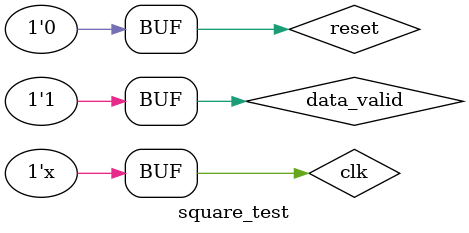
<source format=v>

`timescale 1ns / 1ps

`define VALUE_WIDTH 12
`define VALUE_MAX 1500

module square_test;

	// Inputs
	reg signed [`VALUE_WIDTH-1:0] value;
	reg clk;
	reg reset;
	reg data_valid;

	// Outputs
	wire [(`VALUE_WIDTH-1) * 2 - 1:0] square;
	wire new_result;
	
	// Internal variables
	reg [(`VALUE_WIDTH-1) * 2 - 1:0] expected_square;
	reg [(`VALUE_WIDTH-1) * 2 - 1:0] expected_square1;
	reg [(`VALUE_WIDTH-1) * 2 - 1:0] expected_square2;
	wire error;
	

	// Instantiate the Unit Under Test (UUT)
	square #(
		.VALUE_WIDTH(`VALUE_WIDTH),
		.VALUE_MAX(`VALUE_MAX)
	) uut ( 
		.value(value), 
		.square(square), 
		.new_result(new_result),
		.clk(clk), 
		.reset(reset), 
		.data_valid(data_valid)
	);

	// Initialize Inputs
	initial begin
		value = -`VALUE_MAX;
		clk = 1;
		reset = 1;
		data_valid = 1;
		expected_square = 0;
		expected_square1 = 0;
		expected_square2 = 0;
		#20
		reset = 0;
	end
   
	// Clock
	always begin
	  #5 clk = ~clk;
	end
	
	// Counter
	always @(posedge clk) begin
		if (~reset) begin
			if (value + 9 <= `VALUE_MAX)
				value <= value + 9;
			else
				value <= -`VALUE_MAX;
			expected_square2 <= value * value;
			expected_square1 <= expected_square2;
			expected_square <= expected_square1;
		end
	end
	
	// Error checking
	assign error = square != expected_square;
      
endmodule


</source>
